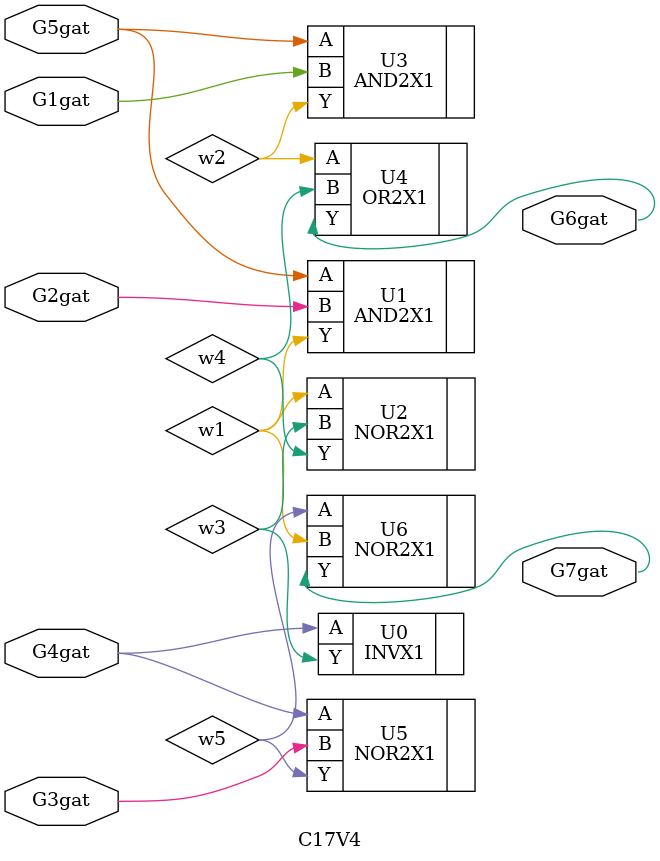
<source format=v>
module C17V4 (
    G1gat, G2gat, G3gat, G4gat, G5gat, G6gat, G7gat );
  input  G1gat, G2gat, G3gat, G4gat, G5gat;
  output G6gat, G7gat ;
  wire w1, w2, w3, w4, w5;

  AND2X1    U1(.A(G5gat), .B(G2gat), .Y(w1));
  AND2X1    U3(.A(G5gat), .B(G1gat), .Y(w2));
  INVX1     U0(.A(G4gat), .Y(w3));
  NOR2X1    U2(.A(w1), .B(w3), .Y(w4));
  NOR2X1    U5(.A(G4gat), .B(G3gat), .Y(w5));  
  OR2X1     U4(.A(w2), .B(w4), .Y(G6gat));
  NOR2X1    U6(.A(w5), .B(w1), .Y(G7gat));

endmodule



</source>
